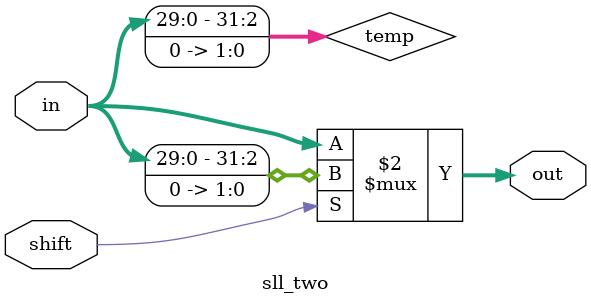
<source format=v>
module sll_two(in, shift, out);
input [31:0] in;
input shift;
output [31:0] out;
wire [31:0] temp;

assign temp[1:0] = 0;
assign temp[31:2] = in[29:0];

assign out = (shift == 1) ? temp : in;

endmodule
</source>
